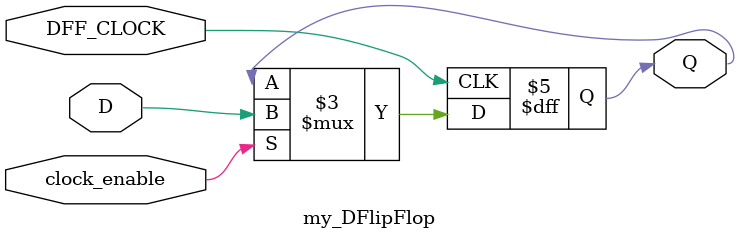
<source format=sv>
`timescale 1ns / 1ps

module my_DFlipFlop(input DFF_CLOCK, clock_enable, D, output reg Q=0);
    always@(posedge DFF_CLOCK)
    begin
        if(clock_enable)
            Q<=D;
    end
endmodule

</source>
